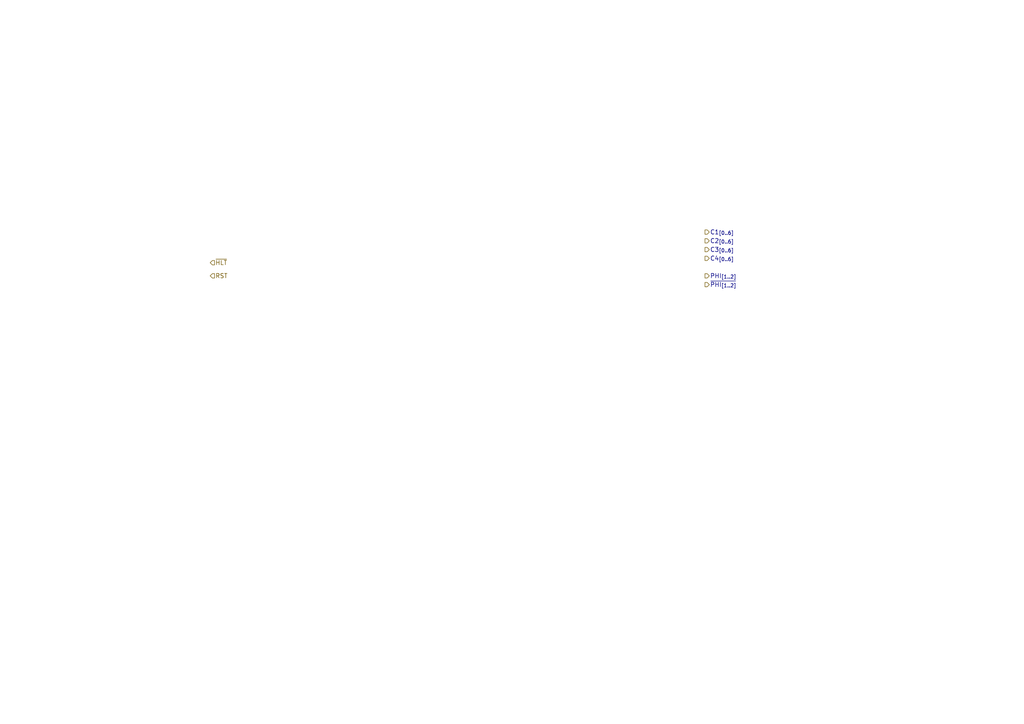
<source format=kicad_sch>
(kicad_sch
	(version 20250114)
	(generator "eeschema")
	(generator_version "9.0")
	(uuid "bffcb2e7-581f-49df-9501-d1eb7e7be982")
	(paper "A4")
	(lib_symbols)
	(hierarchical_label "RST"
		(shape input)
		(at 60.96 80.01 0)
		(effects
			(font
				(size 1.27 1.27)
			)
			(justify left)
		)
		(uuid "5186359b-8d72-4a0d-83a3-98901d283d6a")
	)
	(hierarchical_label "C4_{[0..6]}"
		(shape output)
		(at 204.47 74.93 0)
		(effects
			(font
				(size 1.27 1.27)
			)
			(justify left)
		)
		(uuid "55e3694e-d077-4a44-a04c-6420c1b71c22")
	)
	(hierarchical_label "PHI_{[1..2]}"
		(shape output)
		(at 204.47 80.01 0)
		(effects
			(font
				(size 1.27 1.27)
			)
			(justify left)
		)
		(uuid "7e64af00-6b25-4c54-8f6e-9433a3478ad7")
	)
	(hierarchical_label "~{PHI_{[1..2]}}"
		(shape output)
		(at 204.47 82.55 0)
		(effects
			(font
				(size 1.27 1.27)
			)
			(justify left)
		)
		(uuid "93406379-b12b-42cb-b7a1-307e22763352")
	)
	(hierarchical_label "~{HLT}"
		(shape input)
		(at 60.96 76.2 0)
		(effects
			(font
				(size 1.27 1.27)
			)
			(justify left)
		)
		(uuid "a4e99f4a-c85d-4430-ba9f-051a494aac1e")
	)
	(hierarchical_label "C1_{[0..6]}"
		(shape output)
		(at 204.47 67.31 0)
		(effects
			(font
				(size 1.27 1.27)
			)
			(justify left)
		)
		(uuid "a5df40e1-a5fa-4be7-a5ab-31032258e02e")
	)
	(hierarchical_label "C2_{[0..6]}"
		(shape output)
		(at 204.47 69.85 0)
		(effects
			(font
				(size 1.27 1.27)
			)
			(justify left)
		)
		(uuid "bfec24a9-e975-43c3-b972-e973ae2d31a7")
	)
	(hierarchical_label "C3_{[0..6]}"
		(shape output)
		(at 204.47 72.39 0)
		(effects
			(font
				(size 1.27 1.27)
			)
			(justify left)
		)
		(uuid "e19fc5bf-cfc0-43cd-beed-48a8149ffbef")
	)
)

</source>
